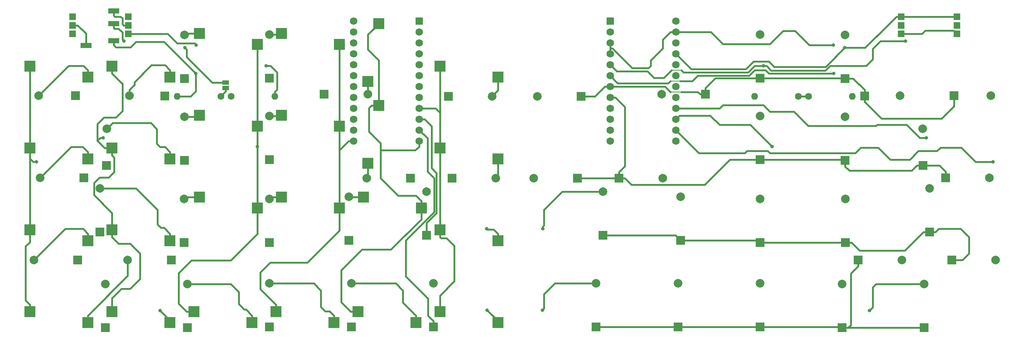
<source format=gbr>
G04 #@! TF.FileFunction,Copper,L1,Top,Signal*
%FSLAX46Y46*%
G04 Gerber Fmt 4.6, Leading zero omitted, Abs format (unit mm)*
G04 Created by KiCad (PCBNEW 4.0.1-stable) date 10-10-2017 08:31:20*
%MOMM*%
G01*
G04 APERTURE LIST*
%ADD10C,0.100000*%
%ADD11C,1.600000*%
%ADD12O,1.600000X1.600000*%
%ADD13C,1.998980*%
%ADD14R,1.998980X1.998980*%
%ADD15R,1.524000X1.524000*%
%ADD16C,1.524000*%
%ADD17R,1.752600X1.752600*%
%ADD18C,1.752600*%
%ADD19R,2.500000X2.550000*%
%ADD20R,2.550000X2.500000*%
%ADD21R,2.500000X1.200000*%
%ADD22R,1.500000X1.000000*%
%ADD23C,0.800000*%
%ADD24C,0.406400*%
%ADD25C,0.203200*%
G04 APERTURE END LIST*
D10*
D11*
X216759000Y-81388000D03*
D12*
X226919000Y-81388000D03*
D11*
X214346000Y-81388000D03*
D12*
X204186000Y-81388000D03*
D13*
X244823460Y-102840000D03*
D14*
X244823460Y-113000000D03*
D13*
X169007000Y-103613000D03*
D14*
X169007000Y-113773000D03*
D13*
X153790000Y-81352540D03*
D14*
X163950000Y-81352540D03*
D13*
X182596000Y-80882540D03*
D14*
X192756000Y-80882540D03*
D13*
X205456000Y-67037000D03*
D14*
X205456000Y-77197000D03*
D13*
X225197460Y-67090000D03*
D14*
X225197460Y-77250000D03*
D13*
X238000000Y-81250000D03*
D14*
X229750000Y-81297460D03*
D13*
X259060000Y-81247460D03*
D14*
X250500000Y-81250000D03*
D13*
X243244380Y-88967000D03*
D14*
X243291840Y-97517000D03*
D13*
X225247460Y-86140000D03*
D14*
X225247460Y-96300000D03*
D13*
X205453460Y-85960000D03*
D14*
X205453460Y-96120000D03*
D13*
X182860000Y-100447460D03*
D14*
X172700000Y-100447460D03*
D13*
X167356000Y-124949000D03*
D14*
X167356000Y-135109000D03*
D13*
X152890000Y-100402540D03*
D14*
X163050000Y-100402540D03*
D13*
X187047460Y-104790000D03*
D14*
X187047460Y-114950000D03*
D13*
X205453460Y-105264000D03*
D14*
X205453460Y-115424000D03*
D13*
X225297460Y-105240000D03*
D14*
X225297460Y-115400000D03*
D13*
X258760000Y-100347460D03*
D14*
X248600000Y-100347460D03*
D13*
X238410000Y-119497460D03*
D14*
X228250000Y-119497460D03*
D13*
X224506000Y-125076000D03*
D14*
X224506000Y-135236000D03*
D13*
X205453460Y-124949000D03*
D14*
X205453460Y-135109000D03*
D13*
X186406000Y-124949000D03*
D14*
X186406000Y-135109000D03*
D13*
X243553460Y-125076000D03*
D14*
X243553460Y-135236000D03*
D15*
X238222000Y-66846000D03*
X238222000Y-64846000D03*
X238222000Y-62846000D03*
D16*
X238232000Y-64856000D03*
X238212000Y-62846000D03*
X238232000Y-66856000D03*
D15*
X251186000Y-66846000D03*
X251186000Y-64846000D03*
X251186000Y-62846000D03*
D16*
X251196000Y-64856000D03*
X251176000Y-62846000D03*
X251196000Y-66856000D03*
D13*
X260160000Y-119497460D03*
D14*
X250000000Y-119497460D03*
D17*
X170658000Y-63862000D03*
D18*
X170658000Y-66402000D03*
X170658000Y-68942000D03*
X170658000Y-71482000D03*
X170658000Y-74022000D03*
X170658000Y-76562000D03*
X170658000Y-79102000D03*
X170658000Y-81642000D03*
X170658000Y-84182000D03*
X170658000Y-86722000D03*
X170658000Y-89262000D03*
X170658000Y-91802000D03*
X185898000Y-91802000D03*
X185898000Y-89262000D03*
X185898000Y-86722000D03*
X185898000Y-84182000D03*
X185898000Y-81642000D03*
X185898000Y-79102000D03*
X185898000Y-76562000D03*
X185898000Y-68942000D03*
X185898000Y-66402000D03*
X185898000Y-63862000D03*
X185898000Y-74022000D03*
X185898000Y-71482000D03*
D17*
X126342000Y-63862000D03*
D18*
X126342000Y-66402000D03*
X126342000Y-68942000D03*
X126342000Y-71482000D03*
X126342000Y-74022000D03*
X126342000Y-76562000D03*
X126342000Y-79102000D03*
X126342000Y-81642000D03*
X126342000Y-84182000D03*
X126342000Y-86722000D03*
X126342000Y-89262000D03*
X126342000Y-91802000D03*
X111102000Y-91802000D03*
X111102000Y-89262000D03*
X111102000Y-86722000D03*
X111102000Y-84182000D03*
X111102000Y-81642000D03*
X111102000Y-79102000D03*
X111102000Y-76562000D03*
X111102000Y-68942000D03*
X111102000Y-66402000D03*
X111102000Y-63862000D03*
X111102000Y-74022000D03*
X111102000Y-71482000D03*
D19*
X114370000Y-96990000D03*
X116910000Y-83540000D03*
D20*
X144590000Y-95980000D03*
X131140000Y-93440000D03*
X49340000Y-134080000D03*
X35890000Y-131540000D03*
X68390000Y-134080000D03*
X54940000Y-131540000D03*
X87440000Y-134080000D03*
X73990000Y-131540000D03*
X106490000Y-134080000D03*
X93040000Y-131540000D03*
X125540000Y-134080000D03*
X112090000Y-131540000D03*
X144590000Y-134080000D03*
X131140000Y-131540000D03*
X49340000Y-115030000D03*
X35890000Y-112490000D03*
X68390000Y-115030000D03*
X54940000Y-112490000D03*
X75260000Y-104870000D03*
X88710000Y-107410000D03*
X94310000Y-104870000D03*
X107760000Y-107410000D03*
X113360000Y-104870000D03*
X126810000Y-107410000D03*
X144590000Y-115030000D03*
X131140000Y-112490000D03*
X49340000Y-95980000D03*
X35890000Y-93440000D03*
X68390000Y-95980000D03*
X54940000Y-93440000D03*
X75260000Y-85820000D03*
X88710000Y-88360000D03*
X94310000Y-85820000D03*
X107760000Y-88360000D03*
X49340000Y-76930000D03*
X35890000Y-74390000D03*
X68390000Y-76930000D03*
X54940000Y-74390000D03*
X75260000Y-66770000D03*
X88710000Y-69310000D03*
X94310000Y-66770000D03*
X107760000Y-69310000D03*
D19*
X114370000Y-77940000D03*
X116910000Y-64490000D03*
D20*
X144590000Y-76930000D03*
X131140000Y-74390000D03*
D13*
X36840000Y-119497460D03*
D14*
X47000000Y-119497460D03*
D15*
X45814000Y-66846000D03*
X45814000Y-64846000D03*
X45814000Y-62846000D03*
D16*
X45804000Y-64856000D03*
X45824000Y-62846000D03*
X45804000Y-66856000D03*
D15*
X58778000Y-66846000D03*
X58778000Y-64846000D03*
X58778000Y-62846000D03*
D16*
X58768000Y-64856000D03*
X58788000Y-62846000D03*
X58768000Y-66856000D03*
D13*
X53446540Y-125076000D03*
D14*
X53446540Y-135236000D03*
D13*
X110594000Y-124949000D03*
D14*
X110594000Y-135109000D03*
D13*
X91546540Y-124949000D03*
D14*
X91546540Y-135109000D03*
D13*
X72494000Y-125076000D03*
D14*
X72494000Y-135236000D03*
D13*
X58590000Y-119497460D03*
D14*
X68750000Y-119497460D03*
D13*
X38240000Y-100347460D03*
D14*
X48400000Y-100347460D03*
D13*
X71702540Y-105240000D03*
D14*
X71702540Y-115400000D03*
D13*
X91546540Y-105264000D03*
D14*
X91546540Y-115424000D03*
D13*
X109952540Y-104790000D03*
D14*
X109952540Y-114950000D03*
D13*
X144110000Y-100402540D03*
D14*
X133950000Y-100402540D03*
D13*
X129644000Y-124949000D03*
D14*
X129644000Y-135109000D03*
D13*
X114140000Y-100447460D03*
D14*
X124300000Y-100447460D03*
D13*
X91546540Y-85960000D03*
D14*
X91546540Y-96120000D03*
D13*
X71752540Y-86140000D03*
D14*
X71752540Y-96300000D03*
D13*
X53755620Y-88967000D03*
D14*
X53708160Y-97517000D03*
D13*
X37940000Y-81247460D03*
D14*
X46500000Y-81250000D03*
D13*
X59000000Y-81250000D03*
D14*
X67250000Y-81297460D03*
D13*
X71802540Y-67090000D03*
D14*
X71802540Y-77250000D03*
D13*
X91544000Y-67037000D03*
D14*
X91544000Y-77197000D03*
D13*
X114404000Y-80882540D03*
D14*
X104244000Y-80882540D03*
D13*
X143210000Y-81352540D03*
D14*
X133050000Y-81352540D03*
D13*
X127993000Y-103613000D03*
D14*
X127993000Y-113773000D03*
D13*
X52176540Y-102840000D03*
D14*
X52176540Y-113000000D03*
D11*
X82654000Y-81388000D03*
D12*
X92814000Y-81388000D03*
D11*
X80241000Y-81388000D03*
D12*
X70081000Y-81388000D03*
D21*
X48895000Y-69565000D03*
X55395000Y-68465000D03*
X55395000Y-64465000D03*
X55395000Y-61465000D03*
D22*
X81384000Y-78213000D03*
X81384000Y-79483000D03*
D23*
X155037000Y-112249000D03*
X141963000Y-112249000D03*
X154910000Y-131172000D03*
X142090000Y-131172000D03*
X230856000Y-131299000D03*
X66144000Y-131299000D03*
X222474000Y-69450000D03*
X74526000Y-69450000D03*
X225141000Y-70085000D03*
X71859000Y-70085000D03*
X208290000Y-93072000D03*
X88710000Y-93072000D03*
X244064000Y-91040000D03*
X52936000Y-91040000D03*
X259558000Y-96628000D03*
X37442000Y-96628000D03*
X222601000Y-76054000D03*
X74399000Y-76054000D03*
X239238000Y-68561000D03*
X206218000Y-74276000D03*
X90782000Y-74276000D03*
X57762000Y-68561000D03*
D24*
X144590000Y-76930000D02*
X144590000Y-79972540D01*
X144590000Y-79972540D02*
X143210000Y-81352540D01*
X227108430Y-77250000D02*
X225197460Y-77250000D01*
X229750000Y-79891570D02*
X227108430Y-77250000D01*
X229750000Y-81297460D02*
X229750000Y-79891570D01*
X229750000Y-82703350D02*
X233641650Y-86595000D01*
X229750000Y-81297460D02*
X229750000Y-82703350D01*
X233641650Y-86595000D02*
X247620000Y-86595000D01*
X250500000Y-83715000D02*
X250500000Y-81250000D01*
X247620000Y-86595000D02*
X250500000Y-83715000D01*
X225144460Y-77197000D02*
X225197460Y-77250000D01*
X205456000Y-77197000D02*
X225144460Y-77197000D01*
X195035650Y-77197000D02*
X195296000Y-77197000D01*
X195296000Y-77197000D02*
X205456000Y-77197000D01*
X192756000Y-79476650D02*
X192756000Y-80882540D01*
X195035650Y-77197000D02*
X192756000Y-79476650D01*
X191042770Y-80372000D02*
X191486000Y-80815230D01*
D25*
X191553310Y-80882540D02*
X191486000Y-80815230D01*
D24*
X191553310Y-80882540D02*
X192756000Y-80882540D01*
X169418725Y-79102000D02*
X167168185Y-81352540D01*
X167168185Y-81352540D02*
X166340000Y-81352540D01*
X170658000Y-79102000D02*
X169418725Y-79102000D01*
X163950000Y-81352540D02*
X166340000Y-81352540D01*
X191042770Y-80372000D02*
X187168000Y-80372000D01*
D25*
X184628000Y-80372000D02*
X187168000Y-80372000D01*
D24*
X170658000Y-79102000D02*
X183358000Y-79102000D01*
X183358000Y-79102000D02*
X184628000Y-80372000D01*
X144590000Y-95980000D02*
X144590000Y-99922540D01*
X144590000Y-99922540D02*
X144110000Y-100402540D01*
X172655080Y-100402540D02*
X172700000Y-100447460D01*
X163050000Y-100402540D02*
X172655080Y-100402540D01*
X204047570Y-96120000D02*
X205453460Y-96120000D01*
X225067460Y-96120000D02*
X225247460Y-96300000D01*
X205453460Y-96120000D02*
X225067460Y-96120000D01*
X225247460Y-97705890D02*
X226201570Y-98660000D01*
X225247460Y-96300000D02*
X225247460Y-97705890D01*
X241885950Y-97517000D02*
X243291840Y-97517000D01*
X240742950Y-98660000D02*
X241885950Y-97517000D01*
X226201570Y-98660000D02*
X240742950Y-98660000D01*
X248600000Y-98941570D02*
X248600000Y-100347460D01*
X247175430Y-97517000D02*
X248600000Y-98941570D01*
X243291840Y-97517000D02*
X247175430Y-97517000D01*
X174105890Y-100447460D02*
X175620430Y-101962000D01*
X172700000Y-100447460D02*
X174105890Y-100447460D01*
X175620430Y-101962000D02*
X192629000Y-101962000D01*
X198471000Y-96120000D02*
X204047570Y-96120000D01*
X192629000Y-101962000D02*
X198471000Y-96120000D01*
X171897275Y-81642000D02*
X172151275Y-81896000D01*
X170658000Y-81642000D02*
X171897275Y-81642000D01*
X174087000Y-83831725D02*
X171897275Y-81642000D01*
X174087000Y-97654570D02*
X174087000Y-83831725D01*
X172700000Y-99041570D02*
X174087000Y-97654570D01*
X172700000Y-100447460D02*
X172700000Y-99041570D01*
X155037000Y-111683315D02*
X155291000Y-111429315D01*
X155037000Y-112249000D02*
X155037000Y-111683315D01*
X155291000Y-111429315D02*
X155291000Y-107804000D01*
X159482000Y-103613000D02*
X169007000Y-103613000D01*
X155291000Y-107804000D02*
X159482000Y-103613000D01*
X143592400Y-112376000D02*
X142090000Y-112376000D01*
X142090000Y-112376000D02*
X141963000Y-112249000D01*
X144590000Y-115030000D02*
X144590000Y-113373600D01*
X144590000Y-113373600D02*
X143592400Y-112376000D01*
X246229350Y-113000000D02*
X246980350Y-112249000D01*
X244823460Y-113000000D02*
X246229350Y-113000000D01*
X246980350Y-112249000D02*
X252065000Y-112249000D01*
X252065000Y-112249000D02*
X253970000Y-114154000D01*
X253970000Y-114154000D02*
X253970000Y-117964000D01*
X252436540Y-119497460D02*
X250000000Y-119497460D01*
X253970000Y-117964000D02*
X252436540Y-119497460D01*
X243417570Y-113000000D02*
X239088570Y-117329000D01*
X244823460Y-113000000D02*
X243417570Y-113000000D01*
X239088570Y-117329000D02*
X228632350Y-117329000D01*
X226703350Y-115400000D02*
X228632350Y-117329000D01*
X225297460Y-115400000D02*
X226703350Y-115400000D01*
X225273460Y-115424000D02*
X225297460Y-115400000D01*
X205453460Y-115424000D02*
X225273460Y-115424000D01*
X204979460Y-114950000D02*
X205453460Y-115424000D01*
X187047460Y-114950000D02*
X204979460Y-114950000D01*
X185870460Y-113773000D02*
X187047460Y-114950000D01*
X169007000Y-113773000D02*
X185870460Y-113773000D01*
X126342000Y-86722000D02*
X127581275Y-86722000D01*
X127581275Y-86722000D02*
X129156085Y-88296810D01*
X129156085Y-88296810D02*
X129186810Y-88296810D01*
X130329811Y-108543467D02*
X127993000Y-110880278D01*
X129186810Y-88296810D02*
X129186810Y-98075810D01*
X129186810Y-98075810D02*
X130329811Y-99218811D01*
X130329811Y-99218811D02*
X130329811Y-108543467D01*
X127993000Y-110880278D02*
X127993000Y-113773000D01*
X157831000Y-124949000D02*
X167356000Y-124949000D01*
X155309999Y-127470001D02*
X157831000Y-124949000D01*
X155309999Y-130772001D02*
X155309999Y-127470001D01*
X154910000Y-131172000D02*
X155309999Y-130772001D01*
X144590000Y-134080000D02*
X144590000Y-133672000D01*
X144590000Y-133672000D02*
X142090000Y-131172000D01*
X167356000Y-135109000D02*
X186406000Y-135109000D01*
X187811890Y-135109000D02*
X205453460Y-135109000D01*
X186406000Y-135109000D02*
X187811890Y-135109000D01*
X224379000Y-135109000D02*
X224506000Y-135236000D01*
X205453460Y-135109000D02*
X224379000Y-135109000D01*
X225911890Y-135236000D02*
X243553460Y-135236000D01*
X228250000Y-120903350D02*
X226538000Y-122615350D01*
X228250000Y-119497460D02*
X228250000Y-120903350D01*
X226538000Y-122615350D02*
X226538000Y-131798110D01*
X226538000Y-131798110D02*
X226538000Y-134220000D01*
X225911890Y-135236000D02*
X224506000Y-135236000D01*
X226538000Y-134609890D02*
X225911890Y-135236000D01*
X226538000Y-134220000D02*
X226538000Y-134609890D01*
X129644000Y-135109000D02*
X129644000Y-133703110D01*
X128374000Y-128505000D02*
X123167000Y-123298000D01*
X129644000Y-133703110D02*
X128374000Y-132433110D01*
X128374000Y-132433110D02*
X128374000Y-128505000D01*
X123167000Y-123298000D02*
X123167000Y-114916000D01*
X129771000Y-108312000D02*
X129771000Y-100438000D01*
X123167000Y-114916000D02*
X129771000Y-108312000D01*
X129771000Y-100438000D02*
X128247000Y-98914000D01*
X128247000Y-98914000D02*
X128247000Y-91167000D01*
X128247000Y-91167000D02*
X126342000Y-89262000D01*
X114370000Y-77940000D02*
X114370000Y-80848540D01*
X114370000Y-80848540D02*
X114404000Y-80882540D01*
X114370000Y-96990000D02*
X114370000Y-100217460D01*
X114370000Y-100217460D02*
X114140000Y-100447460D01*
X113360000Y-104870000D02*
X110032540Y-104870000D01*
X110032540Y-104870000D02*
X109952540Y-104790000D01*
X122532000Y-126600000D02*
X122532000Y-129415600D01*
X122532000Y-129415600D02*
X125540000Y-132423600D01*
X125540000Y-132423600D02*
X125540000Y-134080000D01*
X120881000Y-124949000D02*
X122532000Y-126600000D01*
X110594000Y-124949000D02*
X120881000Y-124949000D01*
X91544000Y-67037000D02*
X94043000Y-67037000D01*
X94043000Y-67037000D02*
X94310000Y-66770000D01*
X91546540Y-85960000D02*
X94170000Y-85960000D01*
X94170000Y-85960000D02*
X94310000Y-85820000D01*
X94310000Y-104870000D02*
X91940540Y-104870000D01*
X91940540Y-104870000D02*
X91546540Y-105264000D01*
X106490000Y-134080000D02*
X106490000Y-132423600D01*
X106490000Y-132423600D02*
X105492400Y-131426000D01*
X105492400Y-131426000D02*
X104498000Y-131426000D01*
X104498000Y-131426000D02*
X103482000Y-130410000D01*
X101831000Y-124949000D02*
X91546540Y-124949000D01*
X103482000Y-130410000D02*
X103482000Y-126600000D01*
X103482000Y-126600000D02*
X101831000Y-124949000D01*
X75260000Y-66770000D02*
X72122540Y-66770000D01*
X72122540Y-66770000D02*
X71802540Y-67090000D01*
X71752540Y-86140000D02*
X74940000Y-86140000D01*
X74940000Y-86140000D02*
X75260000Y-85820000D01*
X75260000Y-104870000D02*
X72072540Y-104870000D01*
X72072540Y-104870000D02*
X71702540Y-105240000D01*
X87440000Y-134080000D02*
X87440000Y-132423600D01*
X84432000Y-129775000D02*
X84432000Y-126981000D01*
X87440000Y-132423600D02*
X86061400Y-131045000D01*
X86061400Y-131045000D02*
X85702000Y-131045000D01*
X82527000Y-125076000D02*
X72494000Y-125076000D01*
X85702000Y-131045000D02*
X84432000Y-129775000D01*
X84432000Y-126981000D02*
X82527000Y-125076000D01*
X60175000Y-78086000D02*
X60175000Y-78661508D01*
X64112000Y-74149000D02*
X60175000Y-78086000D01*
X67265400Y-74149000D02*
X64112000Y-74149000D01*
X68390000Y-76930000D02*
X68390000Y-75273600D01*
X68390000Y-75273600D02*
X67265400Y-74149000D01*
X59000000Y-81250000D02*
X59000000Y-79836508D01*
X59000000Y-79836508D02*
X60175000Y-78661508D01*
X63985000Y-87611000D02*
X55111620Y-87611000D01*
X55111620Y-87611000D02*
X53755620Y-88967000D01*
X65382000Y-89008000D02*
X63985000Y-87611000D01*
X65382000Y-92437000D02*
X65382000Y-89008000D01*
X66144000Y-93199000D02*
X65382000Y-92437000D01*
X67265400Y-93199000D02*
X66144000Y-93199000D01*
X68390000Y-95980000D02*
X68390000Y-94323600D01*
X68390000Y-94323600D02*
X67265400Y-93199000D01*
X52176540Y-102840000D02*
X60545000Y-102840000D01*
X60545000Y-102840000D02*
X65509000Y-107804000D01*
X65509000Y-107804000D02*
X65509000Y-111233000D01*
X65509000Y-111233000D02*
X66271000Y-111995000D01*
X67011400Y-111995000D02*
X68390000Y-113373600D01*
X66271000Y-111995000D02*
X67011400Y-111995000D01*
X68390000Y-113373600D02*
X68390000Y-115030000D01*
X231618000Y-130537000D02*
X230856000Y-131299000D01*
X231618000Y-125838000D02*
X231618000Y-130537000D01*
X232380000Y-125076000D02*
X231618000Y-125838000D01*
X243553460Y-125076000D02*
X232380000Y-125076000D01*
X68390000Y-134080000D02*
X68390000Y-133545000D01*
X68390000Y-133545000D02*
X66144000Y-131299000D01*
X48342400Y-74276000D02*
X44911460Y-74276000D01*
X44911460Y-74276000D02*
X44554000Y-74633460D01*
X44554000Y-74633460D02*
X37940000Y-81247460D01*
X49340000Y-76930000D02*
X49340000Y-75273600D01*
X49340000Y-75273600D02*
X48342400Y-74276000D01*
X45443000Y-93144460D02*
X48160860Y-93144460D01*
X48160860Y-93144460D02*
X49340000Y-94323600D01*
X45443000Y-93144460D02*
X38240000Y-100347460D01*
X49340000Y-95980000D02*
X49340000Y-94323600D01*
X49340000Y-115030000D02*
X49340000Y-113373600D01*
X49340000Y-113373600D02*
X48215400Y-112249000D01*
X48215400Y-112249000D02*
X44088460Y-112249000D01*
X44088460Y-112249000D02*
X36840000Y-119497460D01*
X58590000Y-123044000D02*
X58590000Y-119497460D01*
X58590000Y-123044000D02*
X58590000Y-123173600D01*
X58590000Y-123173600D02*
X49340000Y-132423600D01*
X49340000Y-132423600D02*
X49340000Y-134080000D01*
X216886000Y-69450000D02*
X222474000Y-69450000D01*
X213584000Y-66148000D02*
X216886000Y-69450000D01*
X210790000Y-66148000D02*
X213584000Y-66148000D01*
X207742000Y-69196000D02*
X210790000Y-66148000D01*
X196820000Y-69196000D02*
X207742000Y-69196000D01*
X194026000Y-66402000D02*
X196820000Y-69196000D01*
X185898000Y-66402000D02*
X194026000Y-66402000D01*
X170658000Y-70181275D02*
X170658000Y-68942000D01*
X170688725Y-70212000D02*
X170658000Y-70181275D01*
X171166000Y-70212000D02*
X170688725Y-70212000D01*
X175738000Y-74784000D02*
X171166000Y-70212000D01*
X180056000Y-73006000D02*
X180056000Y-74276000D01*
X182850000Y-70212000D02*
X180056000Y-73006000D01*
X180056000Y-74276000D02*
X179548000Y-74784000D01*
X182850000Y-68210725D02*
X182850000Y-70212000D01*
X179548000Y-74784000D02*
X175738000Y-74784000D01*
X184658725Y-66402000D02*
X182850000Y-68210725D01*
X185898000Y-66402000D02*
X184658725Y-66402000D01*
X170658000Y-68942000D02*
X170658000Y-71482000D01*
X243102000Y-66856000D02*
X238232000Y-66856000D01*
X251196000Y-66856000D02*
X250434001Y-66094001D01*
X250434001Y-66094001D02*
X243863999Y-66094001D01*
X243863999Y-66094001D02*
X243102000Y-66856000D01*
X70062001Y-69050001D02*
X67868000Y-66856000D01*
X67868000Y-66856000D02*
X58768000Y-66856000D01*
X74526000Y-69450000D02*
X74126001Y-69050001D01*
X74126001Y-69050001D02*
X70062001Y-69050001D01*
X48895000Y-69565000D02*
X48895000Y-66758600D01*
X48895000Y-66758600D02*
X46992400Y-64856000D01*
X46992400Y-64856000D02*
X46881630Y-64856000D01*
X46881630Y-64856000D02*
X45804000Y-64856000D01*
X237134370Y-62846000D02*
X235301000Y-64679370D01*
X235301000Y-64679370D02*
X235245630Y-64679370D01*
X229840000Y-70085000D02*
X225141000Y-70085000D01*
X235245630Y-64679370D02*
X229840000Y-70085000D01*
X238212000Y-62846000D02*
X237134370Y-62846000D01*
X202154000Y-75038000D02*
X203932000Y-73260000D01*
X203932000Y-73260000D02*
X207488000Y-73260000D01*
X189454000Y-75038000D02*
X202154000Y-75038000D01*
X185898000Y-71482000D02*
X189454000Y-75038000D01*
X220696000Y-74530000D02*
X220950000Y-74276000D01*
X208758000Y-74530000D02*
X220696000Y-74530000D01*
X220950000Y-74276000D02*
X225141000Y-70085000D01*
X207488000Y-73260000D02*
X208758000Y-74530000D01*
X238212000Y-62846000D02*
X251176000Y-62846000D01*
X72258999Y-72262999D02*
X78209000Y-78213000D01*
X78209000Y-78213000D02*
X81384000Y-78213000D01*
X72258999Y-70484999D02*
X72258999Y-71736000D01*
X72258999Y-71736000D02*
X72258999Y-72262999D01*
X71859000Y-70085000D02*
X72258999Y-70484999D01*
X55603000Y-62846000D02*
X55395000Y-62638000D01*
X55395000Y-62638000D02*
X55395000Y-61465000D01*
X57000000Y-62846000D02*
X55603000Y-62846000D01*
X57381000Y-63227000D02*
X57000000Y-62846000D01*
X57381000Y-64546630D02*
X57381000Y-63227000D01*
X58768000Y-64856000D02*
X57690370Y-64856000D01*
X57690370Y-64856000D02*
X57381000Y-64546630D01*
X131140000Y-84309000D02*
X131140000Y-85198000D01*
X131140000Y-85198000D02*
X131140000Y-89135000D01*
X126342000Y-84182000D02*
X130124000Y-84182000D01*
X130124000Y-84182000D02*
X131140000Y-85198000D01*
X131140000Y-76046400D02*
X131140000Y-84309000D01*
X131140000Y-89135000D02*
X131140000Y-93440000D01*
X132692000Y-114408000D02*
X131401600Y-114408000D01*
X131401600Y-114408000D02*
X131140000Y-114146400D01*
X131140000Y-114146400D02*
X131140000Y-112490000D01*
X134470000Y-116186000D02*
X132692000Y-114408000D01*
X134470000Y-124441000D02*
X134470000Y-116186000D01*
X131140000Y-127771000D02*
X134470000Y-124441000D01*
X131140000Y-131540000D02*
X131140000Y-127771000D01*
X131140000Y-74390000D02*
X131140000Y-76046400D01*
X131140000Y-93440000D02*
X131140000Y-95096400D01*
X131140000Y-95096400D02*
X131140000Y-112490000D01*
X126342000Y-91802000D02*
X126342000Y-93041275D01*
X126342000Y-93041275D02*
X125422275Y-93961000D01*
X125422275Y-93961000D02*
X124945000Y-93961000D01*
X117325000Y-92310000D02*
X117325000Y-93961000D01*
X117325000Y-93961000D02*
X117325000Y-100438000D01*
X124945000Y-93961000D02*
X117325000Y-93961000D01*
X116910000Y-83540000D02*
X116910000Y-72972000D01*
X116910000Y-72972000D02*
X114404000Y-70466000D01*
X114404000Y-70466000D02*
X114404000Y-67021000D01*
X114404000Y-67021000D02*
X116910000Y-64515000D01*
X116910000Y-64515000D02*
X116910000Y-64490000D01*
X121389000Y-104502000D02*
X119484000Y-102597000D01*
X119484000Y-102597000D02*
X119357000Y-102470000D01*
X117325000Y-100438000D02*
X119484000Y-102597000D01*
X114658000Y-89643000D02*
X117325000Y-92310000D01*
X114658000Y-84135600D02*
X114658000Y-89643000D01*
X116910000Y-83540000D02*
X115253600Y-83540000D01*
X115253600Y-83540000D02*
X114658000Y-84135600D01*
X108181000Y-129312400D02*
X108181000Y-121901000D01*
X119738000Y-117075000D02*
X126810000Y-110003000D01*
X126810000Y-110003000D02*
X126810000Y-107410000D01*
X113007000Y-117075000D02*
X119738000Y-117075000D01*
X108181000Y-121901000D02*
X113007000Y-117075000D01*
X112090000Y-131540000D02*
X110408600Y-131540000D01*
X110408600Y-131540000D02*
X108181000Y-129312400D01*
X125558400Y-104502000D02*
X121389000Y-104502000D01*
X126810000Y-107410000D02*
X126810000Y-105753600D01*
X126810000Y-105753600D02*
X125558400Y-104502000D01*
X107760000Y-91802000D02*
X107760000Y-94342000D01*
X107760000Y-94342000D02*
X107760000Y-107410000D01*
X111102000Y-91802000D02*
X109862725Y-91802000D01*
X109862725Y-91802000D02*
X107760000Y-93904725D01*
X107760000Y-93904725D02*
X107760000Y-94342000D01*
X107760000Y-90016400D02*
X107760000Y-91802000D01*
X107760000Y-69310000D02*
X107760000Y-70966400D01*
X107760000Y-70966400D02*
X107760000Y-88360000D01*
X107760000Y-88360000D02*
X107760000Y-90016400D01*
X100307000Y-120123000D02*
X107760000Y-112670000D01*
X107760000Y-112670000D02*
X107760000Y-107410000D01*
X91671000Y-120123000D02*
X100307000Y-120123000D01*
X89385000Y-122409000D02*
X91671000Y-120123000D01*
X89385000Y-126228600D02*
X89385000Y-122409000D01*
X93040000Y-131540000D02*
X93040000Y-129883600D01*
X93040000Y-129883600D02*
X89385000Y-126228600D01*
X193911701Y-85845701D02*
X196058000Y-87992000D01*
X203210000Y-87992000D02*
X208290000Y-93072000D01*
X196058000Y-87992000D02*
X203210000Y-87992000D01*
X186774299Y-85845701D02*
X185898000Y-86722000D01*
X193911701Y-85845701D02*
X186774299Y-85845701D01*
X88710000Y-105753600D02*
X88710000Y-93072000D01*
X88710000Y-93072000D02*
X88710000Y-88360000D01*
X88710000Y-88360000D02*
X88710000Y-69310000D01*
X88710000Y-107410000D02*
X88710000Y-105753600D01*
X82527000Y-119615000D02*
X88710000Y-113432000D01*
X88710000Y-113432000D02*
X88710000Y-107410000D01*
X73383000Y-119615000D02*
X82527000Y-119615000D01*
X70462000Y-122536000D02*
X73383000Y-119615000D01*
X70462000Y-129693400D02*
X70462000Y-122536000D01*
X73990000Y-131540000D02*
X72308600Y-131540000D01*
X72308600Y-131540000D02*
X70462000Y-129693400D01*
X196820000Y-83420000D02*
X196058000Y-84182000D01*
X207742000Y-84944000D02*
X206218000Y-83420000D01*
X213330000Y-84944000D02*
X207742000Y-84944000D01*
X216632000Y-88246000D02*
X213330000Y-84944000D01*
X196058000Y-84182000D02*
X185898000Y-84182000D01*
X232380000Y-88246000D02*
X216632000Y-88246000D01*
X232634000Y-87992000D02*
X232380000Y-88246000D01*
X239492000Y-87992000D02*
X232634000Y-87992000D01*
X242540000Y-91040000D02*
X239492000Y-87992000D01*
X206218000Y-83420000D02*
X196820000Y-83420000D01*
X244064000Y-91040000D02*
X242540000Y-91040000D01*
X52936000Y-91040000D02*
X52219400Y-91040000D01*
X52219400Y-91040000D02*
X51539000Y-91720400D01*
X54940000Y-93440000D02*
X53258600Y-93440000D01*
X55857000Y-86341000D02*
X57381000Y-84817000D01*
X53258600Y-93440000D02*
X51539000Y-91720400D01*
X51539000Y-87865000D02*
X53063000Y-86341000D01*
X57254000Y-78360400D02*
X54940000Y-76046400D01*
X51539000Y-91720400D02*
X51539000Y-87865000D01*
X57381000Y-84817000D02*
X57381000Y-78467000D01*
X53063000Y-86341000D02*
X55857000Y-86341000D01*
X57381000Y-78467000D02*
X57274400Y-78360400D01*
X54940000Y-76046400D02*
X54940000Y-74390000D01*
X57274400Y-78360400D02*
X57254000Y-78360400D01*
X55476000Y-95632400D02*
X55476000Y-99041000D01*
X52047000Y-100311000D02*
X54206000Y-100311000D01*
X54206000Y-100311000D02*
X55476000Y-99041000D01*
X50777000Y-101581000D02*
X52047000Y-100311000D01*
X50777000Y-104375000D02*
X50777000Y-101581000D01*
X54940000Y-108538000D02*
X50777000Y-104375000D01*
X54940000Y-112490000D02*
X54940000Y-108538000D01*
X54940000Y-131540000D02*
X54940000Y-128406000D01*
X54940000Y-128406000D02*
X57127000Y-126219000D01*
X57127000Y-126219000D02*
X59159000Y-126219000D01*
X54940000Y-114146400D02*
X54940000Y-112490000D01*
X59159000Y-126219000D02*
X61445000Y-123933000D01*
X61445000Y-123933000D02*
X61445000Y-117964000D01*
X56471600Y-115678000D02*
X54940000Y-114146400D01*
X61445000Y-117964000D02*
X59159000Y-115678000D01*
X59159000Y-115678000D02*
X56471600Y-115678000D01*
X54940000Y-93440000D02*
X54940000Y-95096400D01*
X54940000Y-95096400D02*
X55476000Y-95632400D01*
X202408000Y-94088000D02*
X201900000Y-94596000D01*
X201900000Y-94596000D02*
X191232000Y-94596000D01*
X232888000Y-93326000D02*
X228824000Y-93326000D01*
X207742000Y-94596000D02*
X207234000Y-94088000D01*
X235682000Y-96120000D02*
X232888000Y-93326000D01*
X240254000Y-96120000D02*
X235682000Y-96120000D01*
X242249601Y-94124399D02*
X240254000Y-96120000D01*
X191232000Y-94596000D02*
X185898000Y-89262000D01*
X246567601Y-94124399D02*
X242249601Y-94124399D01*
X227554000Y-94596000D02*
X207742000Y-94596000D01*
X247366000Y-93326000D02*
X246567601Y-94124399D01*
X207234000Y-94088000D02*
X202408000Y-94088000D01*
X228824000Y-93326000D02*
X227554000Y-94596000D01*
X252192000Y-93326000D02*
X247366000Y-93326000D01*
X255494000Y-96628000D02*
X252192000Y-93326000D01*
X259558000Y-96628000D02*
X255494000Y-96628000D01*
X35890000Y-95096400D02*
X35890000Y-95866000D01*
X35890000Y-95866000D02*
X35890000Y-112490000D01*
X37442000Y-96628000D02*
X36652000Y-96628000D01*
X36652000Y-96628000D02*
X35890000Y-95866000D01*
X34902000Y-116313000D02*
X35890000Y-115325000D01*
X35890000Y-115325000D02*
X35890000Y-112490000D01*
X34902000Y-128895600D02*
X34902000Y-116313000D01*
X35890000Y-131540000D02*
X35890000Y-129883600D01*
X35890000Y-129883600D02*
X34902000Y-128895600D01*
X35890000Y-93440000D02*
X35890000Y-95096400D01*
X35890000Y-74390000D02*
X35890000Y-76046400D01*
X35890000Y-76046400D02*
X35890000Y-93440000D01*
X170658000Y-76562000D02*
X172231601Y-78135601D01*
X172231601Y-78135601D02*
X172436000Y-78340000D01*
X172436000Y-78340000D02*
X184120000Y-78340000D01*
X184120000Y-78340000D02*
X184628000Y-77832000D01*
D25*
X184628000Y-77832000D02*
X186914000Y-77832000D01*
D24*
X206726000Y-75292000D02*
X207488000Y-76054000D01*
X204214278Y-75292000D02*
X206726000Y-75292000D01*
X222035315Y-76054000D02*
X222601000Y-76054000D01*
X202944278Y-76562000D02*
X204214278Y-75292000D01*
X189708000Y-77832000D02*
X190978000Y-76562000D01*
X186914000Y-77832000D02*
X189708000Y-77832000D01*
X207488000Y-76054000D02*
X222035315Y-76054000D01*
X190978000Y-76562000D02*
X202944278Y-76562000D01*
X70081000Y-81388000D02*
X73256000Y-81388000D01*
X73256000Y-81388000D02*
X74399000Y-80245000D01*
X74399000Y-76054000D02*
X67033000Y-68688000D01*
X74399000Y-80245000D02*
X74399000Y-76054000D01*
X67033000Y-68688000D02*
X60556000Y-68688000D01*
X55881600Y-69958000D02*
X55395000Y-69471400D01*
X60556000Y-68688000D02*
X59286000Y-69958000D01*
X59286000Y-69958000D02*
X55881600Y-69958000D01*
X55395000Y-68465000D02*
X55395000Y-69471400D01*
X206980000Y-74276000D02*
X206218000Y-74276000D01*
X220673468Y-75342810D02*
X208046810Y-75342810D01*
X230094000Y-74276000D02*
X221740278Y-74276000D01*
X208046810Y-75342810D02*
X206980000Y-74276000D01*
X221740278Y-74276000D02*
X220673468Y-75342810D01*
X231618000Y-72752000D02*
X230094000Y-74276000D01*
X231618000Y-70339000D02*
X231618000Y-72752000D01*
X233396000Y-68561000D02*
X231618000Y-70339000D01*
X239238000Y-68561000D02*
X233396000Y-68561000D01*
X206218000Y-74276000D02*
X204186000Y-74276000D01*
X204186000Y-74276000D02*
X202916000Y-75546000D01*
X202916000Y-75546000D02*
X202662000Y-75800000D01*
X202662000Y-75800000D02*
X187676000Y-75800000D01*
X187676000Y-75800000D02*
X187168000Y-75292000D01*
X184628000Y-75546000D02*
X183104000Y-77070000D01*
X183104000Y-77070000D02*
X180818000Y-77070000D01*
X180818000Y-77070000D02*
X179294000Y-75546000D01*
X172182000Y-75546000D02*
X170658000Y-74022000D01*
X179294000Y-75546000D02*
X172182000Y-75546000D01*
X184628000Y-75546000D02*
X184882000Y-75292000D01*
D25*
X187168000Y-75292000D02*
X184882000Y-75292000D01*
D24*
X93322000Y-79748630D02*
X93322000Y-75800000D01*
X91798000Y-74276000D02*
X90782000Y-74276000D01*
X93322000Y-75800000D02*
X91798000Y-74276000D01*
X92814000Y-80256630D02*
X93322000Y-79748630D01*
X56492000Y-65640000D02*
X55563600Y-65640000D01*
X55563600Y-65640000D02*
X55395000Y-65471400D01*
X55395000Y-65471400D02*
X55395000Y-64465000D01*
X57362001Y-66510001D02*
X56492000Y-65640000D01*
X57762000Y-68561000D02*
X57362001Y-68161001D01*
X57362001Y-68161001D02*
X57362001Y-66510001D01*
X92814000Y-81388000D02*
X92814000Y-80256630D01*
X216759000Y-81388000D02*
X214346000Y-81388000D01*
X81384000Y-79483000D02*
X81384000Y-80245000D01*
X81384000Y-80245000D02*
X80241000Y-81388000D01*
M02*

</source>
